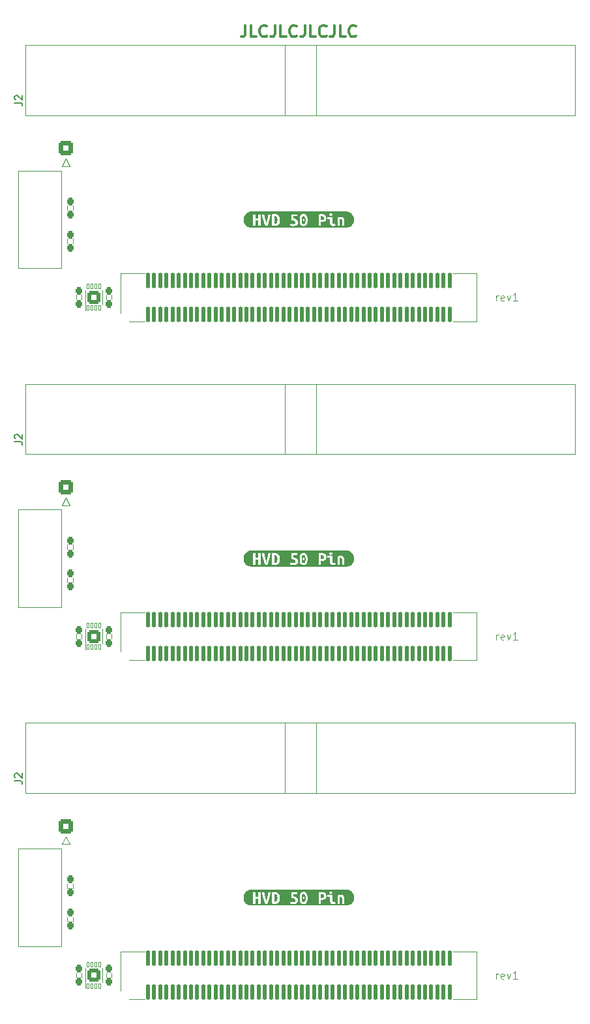
<source format=gto>
G04 #@! TF.GenerationSoftware,KiCad,Pcbnew,8.0.6*
G04 #@! TF.CreationDate,2024-11-07T02:26:55-08:00*
G04 #@! TF.ProjectId,hvd-50-idc-panel,6876642d-3530-42d6-9964-632d70616e65,1*
G04 #@! TF.SameCoordinates,Original*
G04 #@! TF.FileFunction,Legend,Top*
G04 #@! TF.FilePolarity,Positive*
%FSLAX46Y46*%
G04 Gerber Fmt 4.6, Leading zero omitted, Abs format (unit mm)*
G04 Created by KiCad (PCBNEW 8.0.6) date 2024-11-07 02:26:55*
%MOMM*%
%LPD*%
G01*
G04 APERTURE LIST*
G04 Aperture macros list*
%AMRoundRect*
0 Rectangle with rounded corners*
0 $1 Rounding radius*
0 $2 $3 $4 $5 $6 $7 $8 $9 X,Y pos of 4 corners*
0 Add a 4 corners polygon primitive as box body*
4,1,4,$2,$3,$4,$5,$6,$7,$8,$9,$2,$3,0*
0 Add four circle primitives for the rounded corners*
1,1,$1+$1,$2,$3*
1,1,$1+$1,$4,$5*
1,1,$1+$1,$6,$7*
1,1,$1+$1,$8,$9*
0 Add four rect primitives between the rounded corners*
20,1,$1+$1,$2,$3,$4,$5,0*
20,1,$1+$1,$4,$5,$6,$7,0*
20,1,$1+$1,$6,$7,$8,$9,0*
20,1,$1+$1,$8,$9,$2,$3,0*%
G04 Aperture macros list end*
%ADD10C,0.300000*%
%ADD11C,0.100000*%
%ADD12C,0.150000*%
%ADD13C,0.120000*%
%ADD14C,0.000000*%
%ADD15C,0.500000*%
%ADD16C,2.500000*%
%ADD17RoundRect,0.264706X0.635294X-0.635294X0.635294X0.635294X-0.635294X0.635294X-0.635294X-0.635294X0*%
%ADD18C,1.800000*%
%ADD19C,6.500000*%
%ADD20RoundRect,0.225000X0.225000X-0.275000X0.225000X0.275000X-0.225000X0.275000X-0.225000X-0.275000X0*%
%ADD21RoundRect,0.225000X-0.225000X0.275000X-0.225000X-0.275000X0.225000X-0.275000X0.225000X0.275000X0*%
%ADD22C,2.300000*%
%ADD23C,2.700000*%
%ADD24C,1.950000*%
%ADD25RoundRect,0.062500X0.137500X-0.287500X0.137500X0.287500X-0.137500X0.287500X-0.137500X-0.287500X0*%
%ADD26RoundRect,0.265625X0.584375X-0.584375X0.584375X0.584375X-0.584375X0.584375X-0.584375X-0.584375X0*%
%ADD27C,0.800000*%
%ADD28C,1.200000*%
%ADD29RoundRect,0.125000X0.125000X0.925000X-0.125000X0.925000X-0.125000X-0.925000X0.125000X-0.925000X0*%
G04 APERTURE END LIST*
D10*
X-44428572Y134325172D02*
X-44428572Y133253743D01*
X-44428572Y133253743D02*
X-44500001Y133039458D01*
X-44500001Y133039458D02*
X-44642858Y132896600D01*
X-44642858Y132896600D02*
X-44857144Y132825172D01*
X-44857144Y132825172D02*
X-45000001Y132825172D01*
X-43000001Y132825172D02*
X-43714287Y132825172D01*
X-43714287Y132825172D02*
X-43714287Y134325172D01*
X-41642858Y132968029D02*
X-41714286Y132896600D01*
X-41714286Y132896600D02*
X-41928572Y132825172D01*
X-41928572Y132825172D02*
X-42071429Y132825172D01*
X-42071429Y132825172D02*
X-42285715Y132896600D01*
X-42285715Y132896600D02*
X-42428572Y133039458D01*
X-42428572Y133039458D02*
X-42500001Y133182315D01*
X-42500001Y133182315D02*
X-42571429Y133468029D01*
X-42571429Y133468029D02*
X-42571429Y133682315D01*
X-42571429Y133682315D02*
X-42500001Y133968029D01*
X-42500001Y133968029D02*
X-42428572Y134110886D01*
X-42428572Y134110886D02*
X-42285715Y134253743D01*
X-42285715Y134253743D02*
X-42071429Y134325172D01*
X-42071429Y134325172D02*
X-41928572Y134325172D01*
X-41928572Y134325172D02*
X-41714286Y134253743D01*
X-41714286Y134253743D02*
X-41642858Y134182315D01*
X-40571429Y134325172D02*
X-40571429Y133253743D01*
X-40571429Y133253743D02*
X-40642858Y133039458D01*
X-40642858Y133039458D02*
X-40785715Y132896600D01*
X-40785715Y132896600D02*
X-41000001Y132825172D01*
X-41000001Y132825172D02*
X-41142858Y132825172D01*
X-39142858Y132825172D02*
X-39857144Y132825172D01*
X-39857144Y132825172D02*
X-39857144Y134325172D01*
X-37785715Y132968029D02*
X-37857143Y132896600D01*
X-37857143Y132896600D02*
X-38071429Y132825172D01*
X-38071429Y132825172D02*
X-38214286Y132825172D01*
X-38214286Y132825172D02*
X-38428572Y132896600D01*
X-38428572Y132896600D02*
X-38571429Y133039458D01*
X-38571429Y133039458D02*
X-38642858Y133182315D01*
X-38642858Y133182315D02*
X-38714286Y133468029D01*
X-38714286Y133468029D02*
X-38714286Y133682315D01*
X-38714286Y133682315D02*
X-38642858Y133968029D01*
X-38642858Y133968029D02*
X-38571429Y134110886D01*
X-38571429Y134110886D02*
X-38428572Y134253743D01*
X-38428572Y134253743D02*
X-38214286Y134325172D01*
X-38214286Y134325172D02*
X-38071429Y134325172D01*
X-38071429Y134325172D02*
X-37857143Y134253743D01*
X-37857143Y134253743D02*
X-37785715Y134182315D01*
X-36714286Y134325172D02*
X-36714286Y133253743D01*
X-36714286Y133253743D02*
X-36785715Y133039458D01*
X-36785715Y133039458D02*
X-36928572Y132896600D01*
X-36928572Y132896600D02*
X-37142858Y132825172D01*
X-37142858Y132825172D02*
X-37285715Y132825172D01*
X-35285715Y132825172D02*
X-36000001Y132825172D01*
X-36000001Y132825172D02*
X-36000001Y134325172D01*
X-33928572Y132968029D02*
X-34000000Y132896600D01*
X-34000000Y132896600D02*
X-34214286Y132825172D01*
X-34214286Y132825172D02*
X-34357143Y132825172D01*
X-34357143Y132825172D02*
X-34571429Y132896600D01*
X-34571429Y132896600D02*
X-34714286Y133039458D01*
X-34714286Y133039458D02*
X-34785715Y133182315D01*
X-34785715Y133182315D02*
X-34857143Y133468029D01*
X-34857143Y133468029D02*
X-34857143Y133682315D01*
X-34857143Y133682315D02*
X-34785715Y133968029D01*
X-34785715Y133968029D02*
X-34714286Y134110886D01*
X-34714286Y134110886D02*
X-34571429Y134253743D01*
X-34571429Y134253743D02*
X-34357143Y134325172D01*
X-34357143Y134325172D02*
X-34214286Y134325172D01*
X-34214286Y134325172D02*
X-34000000Y134253743D01*
X-34000000Y134253743D02*
X-33928572Y134182315D01*
X-32857143Y134325172D02*
X-32857143Y133253743D01*
X-32857143Y133253743D02*
X-32928572Y133039458D01*
X-32928572Y133039458D02*
X-33071429Y132896600D01*
X-33071429Y132896600D02*
X-33285715Y132825172D01*
X-33285715Y132825172D02*
X-33428572Y132825172D01*
X-31428572Y132825172D02*
X-32142858Y132825172D01*
X-32142858Y132825172D02*
X-32142858Y134325172D01*
X-30071429Y132968029D02*
X-30142857Y132896600D01*
X-30142857Y132896600D02*
X-30357143Y132825172D01*
X-30357143Y132825172D02*
X-30500000Y132825172D01*
X-30500000Y132825172D02*
X-30714286Y132896600D01*
X-30714286Y132896600D02*
X-30857143Y133039458D01*
X-30857143Y133039458D02*
X-30928572Y133182315D01*
X-30928572Y133182315D02*
X-31000000Y133468029D01*
X-31000000Y133468029D02*
X-31000000Y133682315D01*
X-31000000Y133682315D02*
X-30928572Y133968029D01*
X-30928572Y133968029D02*
X-30857143Y134110886D01*
X-30857143Y134110886D02*
X-30714286Y134253743D01*
X-30714286Y134253743D02*
X-30500000Y134325172D01*
X-30500000Y134325172D02*
X-30357143Y134325172D01*
X-30357143Y134325172D02*
X-30142857Y134253743D01*
X-30142857Y134253743D02*
X-30071429Y134182315D01*
D11*
X-11857143Y98544581D02*
X-11857143Y99211248D01*
X-11857143Y99020772D02*
X-11809524Y99116010D01*
X-11809524Y99116010D02*
X-11761905Y99163629D01*
X-11761905Y99163629D02*
X-11666667Y99211248D01*
X-11666667Y99211248D02*
X-11571429Y99211248D01*
X-10857143Y98592200D02*
X-10952381Y98544581D01*
X-10952381Y98544581D02*
X-11142857Y98544581D01*
X-11142857Y98544581D02*
X-11238095Y98592200D01*
X-11238095Y98592200D02*
X-11285714Y98687439D01*
X-11285714Y98687439D02*
X-11285714Y99068391D01*
X-11285714Y99068391D02*
X-11238095Y99163629D01*
X-11238095Y99163629D02*
X-11142857Y99211248D01*
X-11142857Y99211248D02*
X-10952381Y99211248D01*
X-10952381Y99211248D02*
X-10857143Y99163629D01*
X-10857143Y99163629D02*
X-10809524Y99068391D01*
X-10809524Y99068391D02*
X-10809524Y98973153D01*
X-10809524Y98973153D02*
X-11285714Y98877915D01*
X-10476190Y99211248D02*
X-10238095Y98544581D01*
X-10238095Y98544581D02*
X-10000000Y99211248D01*
X-9095238Y98544581D02*
X-9666666Y98544581D01*
X-9380952Y98544581D02*
X-9380952Y99544581D01*
X-9380952Y99544581D02*
X-9476190Y99401724D01*
X-9476190Y99401724D02*
X-9571428Y99306486D01*
X-9571428Y99306486D02*
X-9666666Y99258867D01*
X-11857143Y54544581D02*
X-11857143Y55211248D01*
X-11857143Y55020772D02*
X-11809524Y55116010D01*
X-11809524Y55116010D02*
X-11761905Y55163629D01*
X-11761905Y55163629D02*
X-11666667Y55211248D01*
X-11666667Y55211248D02*
X-11571429Y55211248D01*
X-10857143Y54592200D02*
X-10952381Y54544581D01*
X-10952381Y54544581D02*
X-11142857Y54544581D01*
X-11142857Y54544581D02*
X-11238095Y54592200D01*
X-11238095Y54592200D02*
X-11285714Y54687439D01*
X-11285714Y54687439D02*
X-11285714Y55068391D01*
X-11285714Y55068391D02*
X-11238095Y55163629D01*
X-11238095Y55163629D02*
X-11142857Y55211248D01*
X-11142857Y55211248D02*
X-10952381Y55211248D01*
X-10952381Y55211248D02*
X-10857143Y55163629D01*
X-10857143Y55163629D02*
X-10809524Y55068391D01*
X-10809524Y55068391D02*
X-10809524Y54973153D01*
X-10809524Y54973153D02*
X-11285714Y54877915D01*
X-10476190Y55211248D02*
X-10238095Y54544581D01*
X-10238095Y54544581D02*
X-10000000Y55211248D01*
X-9095238Y54544581D02*
X-9666666Y54544581D01*
X-9380952Y54544581D02*
X-9380952Y55544581D01*
X-9380952Y55544581D02*
X-9476190Y55401724D01*
X-9476190Y55401724D02*
X-9571428Y55306486D01*
X-9571428Y55306486D02*
X-9666666Y55258867D01*
X-11857143Y10544581D02*
X-11857143Y11211248D01*
X-11857143Y11020772D02*
X-11809524Y11116010D01*
X-11809524Y11116010D02*
X-11761905Y11163629D01*
X-11761905Y11163629D02*
X-11666667Y11211248D01*
X-11666667Y11211248D02*
X-11571429Y11211248D01*
X-10857143Y10592200D02*
X-10952381Y10544581D01*
X-10952381Y10544581D02*
X-11142857Y10544581D01*
X-11142857Y10544581D02*
X-11238095Y10592200D01*
X-11238095Y10592200D02*
X-11285714Y10687439D01*
X-11285714Y10687439D02*
X-11285714Y11068391D01*
X-11285714Y11068391D02*
X-11238095Y11163629D01*
X-11238095Y11163629D02*
X-11142857Y11211248D01*
X-11142857Y11211248D02*
X-10952381Y11211248D01*
X-10952381Y11211248D02*
X-10857143Y11163629D01*
X-10857143Y11163629D02*
X-10809524Y11068391D01*
X-10809524Y11068391D02*
X-10809524Y10973153D01*
X-10809524Y10973153D02*
X-11285714Y10877915D01*
X-10476190Y11211248D02*
X-10238095Y10544581D01*
X-10238095Y10544581D02*
X-10000000Y11211248D01*
X-9095238Y10544581D02*
X-9666666Y10544581D01*
X-9380952Y10544581D02*
X-9380952Y11544581D01*
X-9380952Y11544581D02*
X-9476190Y11401724D01*
X-9476190Y11401724D02*
X-9571428Y11306486D01*
X-9571428Y11306486D02*
X-9666666Y11258867D01*
D12*
X-74405181Y36243667D02*
X-73690896Y36243667D01*
X-73690896Y36243667D02*
X-73548039Y36196048D01*
X-73548039Y36196048D02*
X-73452800Y36100810D01*
X-73452800Y36100810D02*
X-73405181Y35957953D01*
X-73405181Y35957953D02*
X-73405181Y35862715D01*
X-74309943Y36672239D02*
X-74357562Y36719858D01*
X-74357562Y36719858D02*
X-74405181Y36815096D01*
X-74405181Y36815096D02*
X-74405181Y37053191D01*
X-74405181Y37053191D02*
X-74357562Y37148429D01*
X-74357562Y37148429D02*
X-74309943Y37196048D01*
X-74309943Y37196048D02*
X-74214705Y37243667D01*
X-74214705Y37243667D02*
X-74119467Y37243667D01*
X-74119467Y37243667D02*
X-73976610Y37196048D01*
X-73976610Y37196048D02*
X-73405181Y36624620D01*
X-73405181Y36624620D02*
X-73405181Y37243667D01*
X-74405181Y124243667D02*
X-73690896Y124243667D01*
X-73690896Y124243667D02*
X-73548039Y124196048D01*
X-73548039Y124196048D02*
X-73452800Y124100810D01*
X-73452800Y124100810D02*
X-73405181Y123957953D01*
X-73405181Y123957953D02*
X-73405181Y123862715D01*
X-74309943Y124672239D02*
X-74357562Y124719858D01*
X-74357562Y124719858D02*
X-74405181Y124815096D01*
X-74405181Y124815096D02*
X-74405181Y125053191D01*
X-74405181Y125053191D02*
X-74357562Y125148429D01*
X-74357562Y125148429D02*
X-74309943Y125196048D01*
X-74309943Y125196048D02*
X-74214705Y125243667D01*
X-74214705Y125243667D02*
X-74119467Y125243667D01*
X-74119467Y125243667D02*
X-73976610Y125196048D01*
X-73976610Y125196048D02*
X-73405181Y124624620D01*
X-73405181Y124624620D02*
X-73405181Y125243667D01*
X-74405181Y80243667D02*
X-73690896Y80243667D01*
X-73690896Y80243667D02*
X-73548039Y80196048D01*
X-73548039Y80196048D02*
X-73452800Y80100810D01*
X-73452800Y80100810D02*
X-73405181Y79957953D01*
X-73405181Y79957953D02*
X-73405181Y79862715D01*
X-74309943Y80672239D02*
X-74357562Y80719858D01*
X-74357562Y80719858D02*
X-74405181Y80815096D01*
X-74405181Y80815096D02*
X-74405181Y81053191D01*
X-74405181Y81053191D02*
X-74357562Y81148429D01*
X-74357562Y81148429D02*
X-74309943Y81196048D01*
X-74309943Y81196048D02*
X-74214705Y81243667D01*
X-74214705Y81243667D02*
X-74119467Y81243667D01*
X-74119467Y81243667D02*
X-73976610Y81196048D01*
X-73976610Y81196048D02*
X-73405181Y80624620D01*
X-73405181Y80624620D02*
X-73405181Y81243667D01*
D13*
G04 #@! TO.C,J2*
X-72970000Y43752000D02*
X-1590000Y43752000D01*
X-72970000Y34632000D02*
X-72970000Y43752000D01*
X-68260000Y28012000D02*
X-67260000Y28012000D01*
X-67760000Y29012000D02*
X-68260000Y28012000D01*
X-67260000Y28012000D02*
X-67760000Y29012000D01*
X-39330000Y34632000D02*
X-39330000Y43752000D01*
X-35230000Y34632000D02*
X-35230000Y43752000D01*
X-1590000Y43752000D02*
X-1590000Y34632000D01*
X-1590000Y34632000D02*
X-72970000Y34632000D01*
D11*
G04 #@! TO.C,R1*
X-62499999Y99302000D02*
X-62499999Y98702000D01*
X-61800001Y98702000D02*
X-61800001Y99302000D01*
G04 #@! TO.C,R2*
X-67549999Y22902000D02*
X-67549999Y22302000D01*
X-66850001Y22302000D02*
X-66850001Y22902000D01*
X-67549999Y66902000D02*
X-67549999Y66302000D01*
X-66850001Y66302000D02*
X-66850001Y66902000D01*
D14*
G04 #@! TO.C,kibuzzard-672C6174*
G36*
X-34376111Y109533038D02*
G01*
X-34292811Y109492145D01*
X-34239196Y109418539D01*
X-34221325Y109306766D01*
X-34239499Y109188935D01*
X-34294023Y109111693D01*
X-34384289Y109068983D01*
X-34509693Y109054746D01*
X-34630856Y109054746D01*
X-34630856Y109539399D01*
X-34556947Y109545457D01*
X-34483037Y109546669D01*
X-34376111Y109533038D01*
G37*
G36*
X-40439418Y109504262D02*
G01*
X-40340065Y109391580D01*
X-40289176Y109229221D01*
X-40274637Y109040207D01*
X-40279180Y108933280D01*
X-40292811Y108835441D01*
X-40353393Y108674294D01*
X-40464863Y108567670D01*
X-40635703Y108528898D01*
X-40662359Y108528898D01*
X-40689015Y108531321D01*
X-40689015Y109539399D01*
X-40645396Y109545457D01*
X-40601777Y109546669D01*
X-40439418Y109504262D01*
G37*
G36*
X-36768477Y109534855D02*
G01*
X-36689418Y109433987D01*
X-36653743Y109330729D01*
X-36632337Y109200277D01*
X-36625202Y109042630D01*
X-36632337Y108883637D01*
X-36653743Y108752377D01*
X-36689418Y108648850D01*
X-36768477Y108547981D01*
X-36874798Y108515108D01*
X-36877221Y108514359D01*
X-36984451Y108547981D01*
X-37063813Y108648850D01*
X-37100162Y108752377D01*
X-37121971Y108883637D01*
X-37129241Y109042630D01*
X-37128123Y109066863D01*
X-37010501Y109066863D01*
X-36974152Y108954181D01*
X-36874798Y108906927D01*
X-36779079Y108954181D01*
X-36741519Y109066863D01*
X-36779079Y109180756D01*
X-36874798Y109229221D01*
X-36974152Y109180756D01*
X-37010501Y109066863D01*
X-37128123Y109066863D01*
X-37121971Y109200277D01*
X-37100162Y109330729D01*
X-37063813Y109433987D01*
X-36984451Y109534855D01*
X-36877221Y109568478D01*
X-36768477Y109534855D01*
G37*
G36*
X-31263343Y110143407D02*
G01*
X-31161761Y110128339D01*
X-31062146Y110103386D01*
X-30965455Y110068790D01*
X-30872622Y110024883D01*
X-30784539Y109972088D01*
X-30702055Y109910914D01*
X-30625964Y109841949D01*
X-30556999Y109765858D01*
X-30495825Y109683374D01*
X-30443030Y109595291D01*
X-30399123Y109502458D01*
X-30364526Y109405767D01*
X-30339574Y109306151D01*
X-30324506Y109204570D01*
X-30319467Y109102000D01*
X-30324506Y108999430D01*
X-30339574Y108897849D01*
X-30364526Y108798233D01*
X-30399123Y108701542D01*
X-30443030Y108608709D01*
X-30495825Y108520626D01*
X-30556999Y108438142D01*
X-30625964Y108362051D01*
X-30702055Y108293086D01*
X-30784539Y108231912D01*
X-30872622Y108179117D01*
X-30965455Y108135210D01*
X-31062146Y108100614D01*
X-31161761Y108075661D01*
X-31263343Y108060593D01*
X-31365913Y108055554D01*
X-31567851Y108055554D01*
X-33038772Y108055554D01*
X-34630856Y108055554D01*
X-36877221Y108055554D01*
X-38205170Y108055554D01*
X-40667205Y108055554D01*
X-41878837Y108055554D01*
X-42438611Y108055554D01*
X-43432149Y108055554D01*
X-43634087Y108055554D01*
X-43736657Y108060593D01*
X-43838239Y108075661D01*
X-43937854Y108100614D01*
X-44034545Y108135210D01*
X-44127378Y108179117D01*
X-44215461Y108231912D01*
X-44292429Y108288995D01*
X-43432149Y108288995D01*
X-43134087Y108288995D01*
X-43134087Y108950546D01*
X-42736672Y108950546D01*
X-42736672Y108288995D01*
X-42438611Y108288995D01*
X-42438611Y109788995D01*
X-42298061Y109788995D01*
X-42270194Y109653292D01*
X-42230210Y109483664D01*
X-42198169Y109356712D01*
X-42163436Y109224644D01*
X-42126010Y109087460D01*
X-42086430Y108947584D01*
X-42045234Y108807439D01*
X-42002423Y108667024D01*
X-41938813Y108467105D01*
X-41878837Y108288995D01*
X-41571082Y108288995D01*
X-41524771Y108418101D01*
X-41479537Y108550169D01*
X-41435380Y108685199D01*
X-41392973Y108820901D01*
X-41352989Y108954989D01*
X-41315428Y109087460D01*
X-41263934Y109280413D01*
X-41218498Y109464278D01*
X-41179422Y109635118D01*
X-41151094Y109769609D01*
X-40987076Y109769609D01*
X-40987076Y108305958D01*
X-40823506Y108278090D01*
X-40667205Y108269609D01*
X-40520901Y108280211D01*
X-40387318Y108312016D01*
X-40337587Y108335037D01*
X-38609855Y108335037D01*
X-38540792Y108308381D01*
X-38440226Y108282937D01*
X-38323910Y108264763D01*
X-38205170Y108257493D01*
X-38066438Y108266580D01*
X-37945880Y108293842D01*
X-37843498Y108337460D01*
X-37759289Y108395619D01*
X-37647819Y108549496D01*
X-37611470Y108742145D01*
X-37627894Y108882695D01*
X-37677167Y109000627D01*
X-37713356Y109042630D01*
X-37398223Y109042630D01*
X-37389893Y108856645D01*
X-37364903Y108696103D01*
X-37323253Y108561006D01*
X-37264943Y108451354D01*
X-37162628Y108343653D01*
X-37033387Y108279033D01*
X-36877221Y108257493D01*
X-36721055Y108279033D01*
X-36591815Y108343653D01*
X-36489499Y108451354D01*
X-36431189Y108561006D01*
X-36389540Y108696103D01*
X-36364550Y108856645D01*
X-36356220Y109042630D01*
X-36364550Y109227480D01*
X-36389540Y109387036D01*
X-36431189Y109521300D01*
X-36489499Y109630271D01*
X-36591815Y109737299D01*
X-36656842Y109769609D01*
X-34928918Y109769609D01*
X-34928918Y108288995D01*
X-34630856Y108288995D01*
X-34630856Y108795457D01*
X-34524233Y108795457D01*
X-34345046Y108808785D01*
X-34195207Y108848769D01*
X-34074717Y108915409D01*
X-33986537Y109011935D01*
X-33933630Y109141580D01*
X-33915994Y109304342D01*
X-33929416Y109427929D01*
X-33760905Y109427929D01*
X-33760905Y109180756D01*
X-33445880Y109180756D01*
X-33445880Y108761532D01*
X-33441034Y108649456D01*
X-33426494Y108550708D01*
X-33359855Y108394407D01*
X-33233845Y108296265D01*
X-33145699Y108270821D01*
X-33038772Y108262339D01*
X-32889742Y108278090D01*
X-32716478Y108337460D01*
X-32755250Y108577363D01*
X-32886107Y108532533D01*
X-32985460Y108521628D01*
X-33110258Y108571305D01*
X-33147819Y108722759D01*
X-33147819Y109391580D01*
X-32483845Y109391580D01*
X-32483845Y108288995D01*
X-32185784Y108288995D01*
X-32185784Y109183179D01*
X-32116721Y109190449D01*
X-32050081Y109192872D01*
X-31902262Y109122598D01*
X-31875000Y109029908D01*
X-31865913Y108892388D01*
X-31865913Y108288995D01*
X-31567851Y108288995D01*
X-31567851Y108931160D01*
X-31573304Y109042327D01*
X-31589661Y109143195D01*
X-31663570Y109307977D01*
X-31805331Y109414601D01*
X-31906502Y109442771D01*
X-32030695Y109452162D01*
X-32163671Y109447315D01*
X-32286349Y109432775D01*
X-32394487Y109412784D01*
X-32483845Y109391580D01*
X-33147819Y109391580D01*
X-33147819Y109427929D01*
X-33348950Y109427929D01*
X-33760905Y109427929D01*
X-33929416Y109427929D01*
X-33933495Y109465489D01*
X-33985999Y109593519D01*
X-34073506Y109688430D01*
X-34192784Y109753723D01*
X-34197863Y109755069D01*
X-33535541Y109755069D01*
X-33481018Y109616943D01*
X-33348950Y109566055D01*
X-33215670Y109616943D01*
X-33159935Y109755069D01*
X-33215670Y109895619D01*
X-33348950Y109946507D01*
X-33481018Y109895619D01*
X-33535541Y109755069D01*
X-34197863Y109755069D01*
X-34340603Y109792899D01*
X-34516963Y109805958D01*
X-34611470Y109803535D01*
X-34720517Y109797477D01*
X-34830775Y109786572D01*
X-34928918Y109769609D01*
X-36656842Y109769609D01*
X-36721055Y109801515D01*
X-36877221Y109822921D01*
X-37030964Y109801381D01*
X-37159397Y109736760D01*
X-37262520Y109629060D01*
X-37321890Y109519710D01*
X-37364297Y109385522D01*
X-37389742Y109226495D01*
X-37398223Y109042630D01*
X-37713356Y109042630D01*
X-37759289Y109095942D01*
X-37874798Y109168101D01*
X-38024233Y109216567D01*
X-38207593Y109241338D01*
X-38195477Y109379464D01*
X-38183360Y109541822D01*
X-37667205Y109541822D01*
X-37667205Y109788995D01*
X-38432956Y109788995D01*
X-38442044Y109603918D01*
X-38454766Y109412178D01*
X-38471729Y109214985D01*
X-38493538Y109013551D01*
X-38326939Y109008401D01*
X-38195477Y108992953D01*
X-38019790Y108934795D01*
X-37937399Y108845134D01*
X-37916801Y108730029D01*
X-37928918Y108650061D01*
X-37973748Y108580998D01*
X-38063409Y108531321D01*
X-38207593Y108511935D01*
X-38320880Y108517388D01*
X-38413570Y108533745D01*
X-38549273Y108582210D01*
X-38609855Y108335037D01*
X-40337587Y108335037D01*
X-40268881Y108366842D01*
X-40168013Y108446507D01*
X-40085925Y108552222D01*
X-40023829Y108685199D01*
X-39984754Y108847254D01*
X-39971729Y109040207D01*
X-39983542Y109228918D01*
X-40018982Y109387945D01*
X-40075626Y109519407D01*
X-40151050Y109625425D01*
X-40245254Y109706301D01*
X-40358239Y109762339D01*
X-40486975Y109795053D01*
X-40628433Y109805958D01*
X-40795638Y109798688D01*
X-40987076Y109769609D01*
X-41151094Y109769609D01*
X-41147011Y109788995D01*
X-41459612Y109788995D01*
X-41481422Y109662985D01*
X-41508078Y109517590D01*
X-41538368Y109360380D01*
X-41571082Y109198931D01*
X-41606220Y109036572D01*
X-41643780Y108876637D01*
X-41682553Y108726697D01*
X-41721325Y108594326D01*
X-41760400Y108728515D01*
X-41800081Y108879060D01*
X-41838853Y109038995D01*
X-41875202Y109201354D01*
X-41908825Y109362501D01*
X-41939418Y109518801D01*
X-41964863Y109663288D01*
X-41983037Y109788995D01*
X-42298061Y109788995D01*
X-42438611Y109788995D01*
X-42736672Y109788995D01*
X-42736672Y109197719D01*
X-43134087Y109197719D01*
X-43134087Y109788995D01*
X-43432149Y109788995D01*
X-43432149Y108288995D01*
X-44292429Y108288995D01*
X-44297945Y108293086D01*
X-44374036Y108362051D01*
X-44443001Y108438142D01*
X-44504175Y108520626D01*
X-44556970Y108608709D01*
X-44600877Y108701542D01*
X-44635474Y108798233D01*
X-44660426Y108897849D01*
X-44675494Y108999430D01*
X-44680533Y109102000D01*
X-44675494Y109204570D01*
X-44660426Y109306151D01*
X-44635474Y109405767D01*
X-44600877Y109502458D01*
X-44556970Y109595291D01*
X-44504175Y109683374D01*
X-44443001Y109765858D01*
X-44374036Y109841949D01*
X-44297945Y109910914D01*
X-44215461Y109972088D01*
X-44127378Y110024883D01*
X-44034545Y110068790D01*
X-43937854Y110103386D01*
X-43838239Y110128339D01*
X-43736657Y110143407D01*
X-43634087Y110148446D01*
X-43432149Y110148446D01*
X-31567851Y110148446D01*
X-31365913Y110148446D01*
X-31263343Y110143407D01*
G37*
D11*
G04 #@! TO.C,R3*
X-67549999Y106602000D02*
X-67549999Y106002000D01*
X-66850001Y106002000D02*
X-66850001Y106602000D01*
G04 #@! TO.C,J3*
X-73970000Y115442000D02*
X-68370000Y115442000D01*
X-68370000Y102772000D01*
X-73970000Y102772000D01*
X-73970000Y115442000D01*
D13*
G04 #@! TO.C,J2*
X-72970000Y131752000D02*
X-1590000Y131752000D01*
X-72970000Y122632000D02*
X-72970000Y131752000D01*
X-68260000Y116012000D02*
X-67260000Y116012000D01*
X-67760000Y117012000D02*
X-68260000Y116012000D01*
X-67260000Y116012000D02*
X-67760000Y117012000D01*
X-39330000Y122632000D02*
X-39330000Y131752000D01*
X-35230000Y122632000D02*
X-35230000Y131752000D01*
X-1590000Y131752000D02*
X-1590000Y122632000D01*
X-1590000Y122632000D02*
X-72970000Y122632000D01*
D11*
G04 #@! TO.C,U1*
X-65200000Y53302000D02*
X-65200000Y55952000D01*
X-63000000Y55952000D02*
X-63000000Y54052000D01*
D14*
G04 #@! TO.C,kibuzzard-672C6174*
G36*
X-34376111Y21533038D02*
G01*
X-34292811Y21492145D01*
X-34239196Y21418539D01*
X-34221325Y21306766D01*
X-34239499Y21188935D01*
X-34294023Y21111693D01*
X-34384289Y21068983D01*
X-34509693Y21054746D01*
X-34630856Y21054746D01*
X-34630856Y21539399D01*
X-34556947Y21545457D01*
X-34483037Y21546669D01*
X-34376111Y21533038D01*
G37*
G36*
X-40439418Y21504262D02*
G01*
X-40340065Y21391580D01*
X-40289176Y21229221D01*
X-40274637Y21040207D01*
X-40279180Y20933280D01*
X-40292811Y20835441D01*
X-40353393Y20674294D01*
X-40464863Y20567670D01*
X-40635703Y20528898D01*
X-40662359Y20528898D01*
X-40689015Y20531321D01*
X-40689015Y21539399D01*
X-40645396Y21545457D01*
X-40601777Y21546669D01*
X-40439418Y21504262D01*
G37*
G36*
X-36768477Y21534855D02*
G01*
X-36689418Y21433987D01*
X-36653743Y21330729D01*
X-36632337Y21200277D01*
X-36625202Y21042630D01*
X-36632337Y20883637D01*
X-36653743Y20752377D01*
X-36689418Y20648850D01*
X-36768477Y20547981D01*
X-36874798Y20515108D01*
X-36877221Y20514359D01*
X-36984451Y20547981D01*
X-37063813Y20648850D01*
X-37100162Y20752377D01*
X-37121971Y20883637D01*
X-37129241Y21042630D01*
X-37128123Y21066863D01*
X-37010501Y21066863D01*
X-36974152Y20954181D01*
X-36874798Y20906927D01*
X-36779079Y20954181D01*
X-36741519Y21066863D01*
X-36779079Y21180756D01*
X-36874798Y21229221D01*
X-36974152Y21180756D01*
X-37010501Y21066863D01*
X-37128123Y21066863D01*
X-37121971Y21200277D01*
X-37100162Y21330729D01*
X-37063813Y21433987D01*
X-36984451Y21534855D01*
X-36877221Y21568478D01*
X-36768477Y21534855D01*
G37*
G36*
X-31263343Y22143407D02*
G01*
X-31161761Y22128339D01*
X-31062146Y22103386D01*
X-30965455Y22068790D01*
X-30872622Y22024883D01*
X-30784539Y21972088D01*
X-30702055Y21910914D01*
X-30625964Y21841949D01*
X-30556999Y21765858D01*
X-30495825Y21683374D01*
X-30443030Y21595291D01*
X-30399123Y21502458D01*
X-30364526Y21405767D01*
X-30339574Y21306151D01*
X-30324506Y21204570D01*
X-30319467Y21102000D01*
X-30324506Y20999430D01*
X-30339574Y20897849D01*
X-30364526Y20798233D01*
X-30399123Y20701542D01*
X-30443030Y20608709D01*
X-30495825Y20520626D01*
X-30556999Y20438142D01*
X-30625964Y20362051D01*
X-30702055Y20293086D01*
X-30784539Y20231912D01*
X-30872622Y20179117D01*
X-30965455Y20135210D01*
X-31062146Y20100614D01*
X-31161761Y20075661D01*
X-31263343Y20060593D01*
X-31365913Y20055554D01*
X-31567851Y20055554D01*
X-33038772Y20055554D01*
X-34630856Y20055554D01*
X-36877221Y20055554D01*
X-38205170Y20055554D01*
X-40667205Y20055554D01*
X-41878837Y20055554D01*
X-42438611Y20055554D01*
X-43432149Y20055554D01*
X-43634087Y20055554D01*
X-43736657Y20060593D01*
X-43838239Y20075661D01*
X-43937854Y20100614D01*
X-44034545Y20135210D01*
X-44127378Y20179117D01*
X-44215461Y20231912D01*
X-44292429Y20288995D01*
X-43432149Y20288995D01*
X-43134087Y20288995D01*
X-43134087Y20950546D01*
X-42736672Y20950546D01*
X-42736672Y20288995D01*
X-42438611Y20288995D01*
X-42438611Y21788995D01*
X-42298061Y21788995D01*
X-42270194Y21653292D01*
X-42230210Y21483664D01*
X-42198169Y21356712D01*
X-42163436Y21224644D01*
X-42126010Y21087460D01*
X-42086430Y20947584D01*
X-42045234Y20807439D01*
X-42002423Y20667024D01*
X-41938813Y20467105D01*
X-41878837Y20288995D01*
X-41571082Y20288995D01*
X-41524771Y20418101D01*
X-41479537Y20550169D01*
X-41435380Y20685199D01*
X-41392973Y20820901D01*
X-41352989Y20954989D01*
X-41315428Y21087460D01*
X-41263934Y21280413D01*
X-41218498Y21464278D01*
X-41179422Y21635118D01*
X-41151094Y21769609D01*
X-40987076Y21769609D01*
X-40987076Y20305958D01*
X-40823506Y20278090D01*
X-40667205Y20269609D01*
X-40520901Y20280211D01*
X-40387318Y20312016D01*
X-40337587Y20335037D01*
X-38609855Y20335037D01*
X-38540792Y20308381D01*
X-38440226Y20282937D01*
X-38323910Y20264763D01*
X-38205170Y20257493D01*
X-38066438Y20266580D01*
X-37945880Y20293842D01*
X-37843498Y20337460D01*
X-37759289Y20395619D01*
X-37647819Y20549496D01*
X-37611470Y20742145D01*
X-37627894Y20882695D01*
X-37677167Y21000627D01*
X-37713356Y21042630D01*
X-37398223Y21042630D01*
X-37389893Y20856645D01*
X-37364903Y20696103D01*
X-37323253Y20561006D01*
X-37264943Y20451354D01*
X-37162628Y20343653D01*
X-37033387Y20279033D01*
X-36877221Y20257493D01*
X-36721055Y20279033D01*
X-36591815Y20343653D01*
X-36489499Y20451354D01*
X-36431189Y20561006D01*
X-36389540Y20696103D01*
X-36364550Y20856645D01*
X-36356220Y21042630D01*
X-36364550Y21227480D01*
X-36389540Y21387036D01*
X-36431189Y21521300D01*
X-36489499Y21630271D01*
X-36591815Y21737299D01*
X-36656842Y21769609D01*
X-34928918Y21769609D01*
X-34928918Y20288995D01*
X-34630856Y20288995D01*
X-34630856Y20795457D01*
X-34524233Y20795457D01*
X-34345046Y20808785D01*
X-34195207Y20848769D01*
X-34074717Y20915409D01*
X-33986537Y21011935D01*
X-33933630Y21141580D01*
X-33915994Y21304342D01*
X-33929416Y21427929D01*
X-33760905Y21427929D01*
X-33760905Y21180756D01*
X-33445880Y21180756D01*
X-33445880Y20761532D01*
X-33441034Y20649456D01*
X-33426494Y20550708D01*
X-33359855Y20394407D01*
X-33233845Y20296265D01*
X-33145699Y20270821D01*
X-33038772Y20262339D01*
X-32889742Y20278090D01*
X-32716478Y20337460D01*
X-32755250Y20577363D01*
X-32886107Y20532533D01*
X-32985460Y20521628D01*
X-33110258Y20571305D01*
X-33147819Y20722759D01*
X-33147819Y21391580D01*
X-32483845Y21391580D01*
X-32483845Y20288995D01*
X-32185784Y20288995D01*
X-32185784Y21183179D01*
X-32116721Y21190449D01*
X-32050081Y21192872D01*
X-31902262Y21122598D01*
X-31875000Y21029908D01*
X-31865913Y20892388D01*
X-31865913Y20288995D01*
X-31567851Y20288995D01*
X-31567851Y20931160D01*
X-31573304Y21042327D01*
X-31589661Y21143195D01*
X-31663570Y21307977D01*
X-31805331Y21414601D01*
X-31906502Y21442771D01*
X-32030695Y21452162D01*
X-32163671Y21447315D01*
X-32286349Y21432775D01*
X-32394487Y21412784D01*
X-32483845Y21391580D01*
X-33147819Y21391580D01*
X-33147819Y21427929D01*
X-33348950Y21427929D01*
X-33760905Y21427929D01*
X-33929416Y21427929D01*
X-33933495Y21465489D01*
X-33985999Y21593519D01*
X-34073506Y21688430D01*
X-34192784Y21753723D01*
X-34197863Y21755069D01*
X-33535541Y21755069D01*
X-33481018Y21616943D01*
X-33348950Y21566055D01*
X-33215670Y21616943D01*
X-33159935Y21755069D01*
X-33215670Y21895619D01*
X-33348950Y21946507D01*
X-33481018Y21895619D01*
X-33535541Y21755069D01*
X-34197863Y21755069D01*
X-34340603Y21792899D01*
X-34516963Y21805958D01*
X-34611470Y21803535D01*
X-34720517Y21797477D01*
X-34830775Y21786572D01*
X-34928918Y21769609D01*
X-36656842Y21769609D01*
X-36721055Y21801515D01*
X-36877221Y21822921D01*
X-37030964Y21801381D01*
X-37159397Y21736760D01*
X-37262520Y21629060D01*
X-37321890Y21519710D01*
X-37364297Y21385522D01*
X-37389742Y21226495D01*
X-37398223Y21042630D01*
X-37713356Y21042630D01*
X-37759289Y21095942D01*
X-37874798Y21168101D01*
X-38024233Y21216567D01*
X-38207593Y21241338D01*
X-38195477Y21379464D01*
X-38183360Y21541822D01*
X-37667205Y21541822D01*
X-37667205Y21788995D01*
X-38432956Y21788995D01*
X-38442044Y21603918D01*
X-38454766Y21412178D01*
X-38471729Y21214985D01*
X-38493538Y21013551D01*
X-38326939Y21008401D01*
X-38195477Y20992953D01*
X-38019790Y20934795D01*
X-37937399Y20845134D01*
X-37916801Y20730029D01*
X-37928918Y20650061D01*
X-37973748Y20580998D01*
X-38063409Y20531321D01*
X-38207593Y20511935D01*
X-38320880Y20517388D01*
X-38413570Y20533745D01*
X-38549273Y20582210D01*
X-38609855Y20335037D01*
X-40337587Y20335037D01*
X-40268881Y20366842D01*
X-40168013Y20446507D01*
X-40085925Y20552222D01*
X-40023829Y20685199D01*
X-39984754Y20847254D01*
X-39971729Y21040207D01*
X-39983542Y21228918D01*
X-40018982Y21387945D01*
X-40075626Y21519407D01*
X-40151050Y21625425D01*
X-40245254Y21706301D01*
X-40358239Y21762339D01*
X-40486975Y21795053D01*
X-40628433Y21805958D01*
X-40795638Y21798688D01*
X-40987076Y21769609D01*
X-41151094Y21769609D01*
X-41147011Y21788995D01*
X-41459612Y21788995D01*
X-41481422Y21662985D01*
X-41508078Y21517590D01*
X-41538368Y21360380D01*
X-41571082Y21198931D01*
X-41606220Y21036572D01*
X-41643780Y20876637D01*
X-41682553Y20726697D01*
X-41721325Y20594326D01*
X-41760400Y20728515D01*
X-41800081Y20879060D01*
X-41838853Y21038995D01*
X-41875202Y21201354D01*
X-41908825Y21362501D01*
X-41939418Y21518801D01*
X-41964863Y21663288D01*
X-41983037Y21788995D01*
X-42298061Y21788995D01*
X-42438611Y21788995D01*
X-42736672Y21788995D01*
X-42736672Y21197719D01*
X-43134087Y21197719D01*
X-43134087Y21788995D01*
X-43432149Y21788995D01*
X-43432149Y20288995D01*
X-44292429Y20288995D01*
X-44297945Y20293086D01*
X-44374036Y20362051D01*
X-44443001Y20438142D01*
X-44504175Y20520626D01*
X-44556970Y20608709D01*
X-44600877Y20701542D01*
X-44635474Y20798233D01*
X-44660426Y20897849D01*
X-44675494Y20999430D01*
X-44680533Y21102000D01*
X-44675494Y21204570D01*
X-44660426Y21306151D01*
X-44635474Y21405767D01*
X-44600877Y21502458D01*
X-44556970Y21595291D01*
X-44504175Y21683374D01*
X-44443001Y21765858D01*
X-44374036Y21841949D01*
X-44297945Y21910914D01*
X-44215461Y21972088D01*
X-44127378Y22024883D01*
X-44034545Y22068790D01*
X-43937854Y22103386D01*
X-43838239Y22128339D01*
X-43736657Y22143407D01*
X-43634087Y22148446D01*
X-43432149Y22148446D01*
X-31567851Y22148446D01*
X-31365913Y22148446D01*
X-31263343Y22143407D01*
G37*
G36*
X-34376111Y65533038D02*
G01*
X-34292811Y65492145D01*
X-34239196Y65418539D01*
X-34221325Y65306766D01*
X-34239499Y65188935D01*
X-34294023Y65111693D01*
X-34384289Y65068983D01*
X-34509693Y65054746D01*
X-34630856Y65054746D01*
X-34630856Y65539399D01*
X-34556947Y65545457D01*
X-34483037Y65546669D01*
X-34376111Y65533038D01*
G37*
G36*
X-40439418Y65504262D02*
G01*
X-40340065Y65391580D01*
X-40289176Y65229221D01*
X-40274637Y65040207D01*
X-40279180Y64933280D01*
X-40292811Y64835441D01*
X-40353393Y64674294D01*
X-40464863Y64567670D01*
X-40635703Y64528898D01*
X-40662359Y64528898D01*
X-40689015Y64531321D01*
X-40689015Y65539399D01*
X-40645396Y65545457D01*
X-40601777Y65546669D01*
X-40439418Y65504262D01*
G37*
G36*
X-36768477Y65534855D02*
G01*
X-36689418Y65433987D01*
X-36653743Y65330729D01*
X-36632337Y65200277D01*
X-36625202Y65042630D01*
X-36632337Y64883637D01*
X-36653743Y64752377D01*
X-36689418Y64648850D01*
X-36768477Y64547981D01*
X-36874798Y64515108D01*
X-36877221Y64514359D01*
X-36984451Y64547981D01*
X-37063813Y64648850D01*
X-37100162Y64752377D01*
X-37121971Y64883637D01*
X-37129241Y65042630D01*
X-37128123Y65066863D01*
X-37010501Y65066863D01*
X-36974152Y64954181D01*
X-36874798Y64906927D01*
X-36779079Y64954181D01*
X-36741519Y65066863D01*
X-36779079Y65180756D01*
X-36874798Y65229221D01*
X-36974152Y65180756D01*
X-37010501Y65066863D01*
X-37128123Y65066863D01*
X-37121971Y65200277D01*
X-37100162Y65330729D01*
X-37063813Y65433987D01*
X-36984451Y65534855D01*
X-36877221Y65568478D01*
X-36768477Y65534855D01*
G37*
G36*
X-31263343Y66143407D02*
G01*
X-31161761Y66128339D01*
X-31062146Y66103386D01*
X-30965455Y66068790D01*
X-30872622Y66024883D01*
X-30784539Y65972088D01*
X-30702055Y65910914D01*
X-30625964Y65841949D01*
X-30556999Y65765858D01*
X-30495825Y65683374D01*
X-30443030Y65595291D01*
X-30399123Y65502458D01*
X-30364526Y65405767D01*
X-30339574Y65306151D01*
X-30324506Y65204570D01*
X-30319467Y65102000D01*
X-30324506Y64999430D01*
X-30339574Y64897849D01*
X-30364526Y64798233D01*
X-30399123Y64701542D01*
X-30443030Y64608709D01*
X-30495825Y64520626D01*
X-30556999Y64438142D01*
X-30625964Y64362051D01*
X-30702055Y64293086D01*
X-30784539Y64231912D01*
X-30872622Y64179117D01*
X-30965455Y64135210D01*
X-31062146Y64100614D01*
X-31161761Y64075661D01*
X-31263343Y64060593D01*
X-31365913Y64055554D01*
X-31567851Y64055554D01*
X-33038772Y64055554D01*
X-34630856Y64055554D01*
X-36877221Y64055554D01*
X-38205170Y64055554D01*
X-40667205Y64055554D01*
X-41878837Y64055554D01*
X-42438611Y64055554D01*
X-43432149Y64055554D01*
X-43634087Y64055554D01*
X-43736657Y64060593D01*
X-43838239Y64075661D01*
X-43937854Y64100614D01*
X-44034545Y64135210D01*
X-44127378Y64179117D01*
X-44215461Y64231912D01*
X-44292429Y64288995D01*
X-43432149Y64288995D01*
X-43134087Y64288995D01*
X-43134087Y64950546D01*
X-42736672Y64950546D01*
X-42736672Y64288995D01*
X-42438611Y64288995D01*
X-42438611Y65788995D01*
X-42298061Y65788995D01*
X-42270194Y65653292D01*
X-42230210Y65483664D01*
X-42198169Y65356712D01*
X-42163436Y65224644D01*
X-42126010Y65087460D01*
X-42086430Y64947584D01*
X-42045234Y64807439D01*
X-42002423Y64667024D01*
X-41938813Y64467105D01*
X-41878837Y64288995D01*
X-41571082Y64288995D01*
X-41524771Y64418101D01*
X-41479537Y64550169D01*
X-41435380Y64685199D01*
X-41392973Y64820901D01*
X-41352989Y64954989D01*
X-41315428Y65087460D01*
X-41263934Y65280413D01*
X-41218498Y65464278D01*
X-41179422Y65635118D01*
X-41151094Y65769609D01*
X-40987076Y65769609D01*
X-40987076Y64305958D01*
X-40823506Y64278090D01*
X-40667205Y64269609D01*
X-40520901Y64280211D01*
X-40387318Y64312016D01*
X-40337587Y64335037D01*
X-38609855Y64335037D01*
X-38540792Y64308381D01*
X-38440226Y64282937D01*
X-38323910Y64264763D01*
X-38205170Y64257493D01*
X-38066438Y64266580D01*
X-37945880Y64293842D01*
X-37843498Y64337460D01*
X-37759289Y64395619D01*
X-37647819Y64549496D01*
X-37611470Y64742145D01*
X-37627894Y64882695D01*
X-37677167Y65000627D01*
X-37713356Y65042630D01*
X-37398223Y65042630D01*
X-37389893Y64856645D01*
X-37364903Y64696103D01*
X-37323253Y64561006D01*
X-37264943Y64451354D01*
X-37162628Y64343653D01*
X-37033387Y64279033D01*
X-36877221Y64257493D01*
X-36721055Y64279033D01*
X-36591815Y64343653D01*
X-36489499Y64451354D01*
X-36431189Y64561006D01*
X-36389540Y64696103D01*
X-36364550Y64856645D01*
X-36356220Y65042630D01*
X-36364550Y65227480D01*
X-36389540Y65387036D01*
X-36431189Y65521300D01*
X-36489499Y65630271D01*
X-36591815Y65737299D01*
X-36656842Y65769609D01*
X-34928918Y65769609D01*
X-34928918Y64288995D01*
X-34630856Y64288995D01*
X-34630856Y64795457D01*
X-34524233Y64795457D01*
X-34345046Y64808785D01*
X-34195207Y64848769D01*
X-34074717Y64915409D01*
X-33986537Y65011935D01*
X-33933630Y65141580D01*
X-33915994Y65304342D01*
X-33929416Y65427929D01*
X-33760905Y65427929D01*
X-33760905Y65180756D01*
X-33445880Y65180756D01*
X-33445880Y64761532D01*
X-33441034Y64649456D01*
X-33426494Y64550708D01*
X-33359855Y64394407D01*
X-33233845Y64296265D01*
X-33145699Y64270821D01*
X-33038772Y64262339D01*
X-32889742Y64278090D01*
X-32716478Y64337460D01*
X-32755250Y64577363D01*
X-32886107Y64532533D01*
X-32985460Y64521628D01*
X-33110258Y64571305D01*
X-33147819Y64722759D01*
X-33147819Y65391580D01*
X-32483845Y65391580D01*
X-32483845Y64288995D01*
X-32185784Y64288995D01*
X-32185784Y65183179D01*
X-32116721Y65190449D01*
X-32050081Y65192872D01*
X-31902262Y65122598D01*
X-31875000Y65029908D01*
X-31865913Y64892388D01*
X-31865913Y64288995D01*
X-31567851Y64288995D01*
X-31567851Y64931160D01*
X-31573304Y65042327D01*
X-31589661Y65143195D01*
X-31663570Y65307977D01*
X-31805331Y65414601D01*
X-31906502Y65442771D01*
X-32030695Y65452162D01*
X-32163671Y65447315D01*
X-32286349Y65432775D01*
X-32394487Y65412784D01*
X-32483845Y65391580D01*
X-33147819Y65391580D01*
X-33147819Y65427929D01*
X-33348950Y65427929D01*
X-33760905Y65427929D01*
X-33929416Y65427929D01*
X-33933495Y65465489D01*
X-33985999Y65593519D01*
X-34073506Y65688430D01*
X-34192784Y65753723D01*
X-34197863Y65755069D01*
X-33535541Y65755069D01*
X-33481018Y65616943D01*
X-33348950Y65566055D01*
X-33215670Y65616943D01*
X-33159935Y65755069D01*
X-33215670Y65895619D01*
X-33348950Y65946507D01*
X-33481018Y65895619D01*
X-33535541Y65755069D01*
X-34197863Y65755069D01*
X-34340603Y65792899D01*
X-34516963Y65805958D01*
X-34611470Y65803535D01*
X-34720517Y65797477D01*
X-34830775Y65786572D01*
X-34928918Y65769609D01*
X-36656842Y65769609D01*
X-36721055Y65801515D01*
X-36877221Y65822921D01*
X-37030964Y65801381D01*
X-37159397Y65736760D01*
X-37262520Y65629060D01*
X-37321890Y65519710D01*
X-37364297Y65385522D01*
X-37389742Y65226495D01*
X-37398223Y65042630D01*
X-37713356Y65042630D01*
X-37759289Y65095942D01*
X-37874798Y65168101D01*
X-38024233Y65216567D01*
X-38207593Y65241338D01*
X-38195477Y65379464D01*
X-38183360Y65541822D01*
X-37667205Y65541822D01*
X-37667205Y65788995D01*
X-38432956Y65788995D01*
X-38442044Y65603918D01*
X-38454766Y65412178D01*
X-38471729Y65214985D01*
X-38493538Y65013551D01*
X-38326939Y65008401D01*
X-38195477Y64992953D01*
X-38019790Y64934795D01*
X-37937399Y64845134D01*
X-37916801Y64730029D01*
X-37928918Y64650061D01*
X-37973748Y64580998D01*
X-38063409Y64531321D01*
X-38207593Y64511935D01*
X-38320880Y64517388D01*
X-38413570Y64533745D01*
X-38549273Y64582210D01*
X-38609855Y64335037D01*
X-40337587Y64335037D01*
X-40268881Y64366842D01*
X-40168013Y64446507D01*
X-40085925Y64552222D01*
X-40023829Y64685199D01*
X-39984754Y64847254D01*
X-39971729Y65040207D01*
X-39983542Y65228918D01*
X-40018982Y65387945D01*
X-40075626Y65519407D01*
X-40151050Y65625425D01*
X-40245254Y65706301D01*
X-40358239Y65762339D01*
X-40486975Y65795053D01*
X-40628433Y65805958D01*
X-40795638Y65798688D01*
X-40987076Y65769609D01*
X-41151094Y65769609D01*
X-41147011Y65788995D01*
X-41459612Y65788995D01*
X-41481422Y65662985D01*
X-41508078Y65517590D01*
X-41538368Y65360380D01*
X-41571082Y65198931D01*
X-41606220Y65036572D01*
X-41643780Y64876637D01*
X-41682553Y64726697D01*
X-41721325Y64594326D01*
X-41760400Y64728515D01*
X-41800081Y64879060D01*
X-41838853Y65038995D01*
X-41875202Y65201354D01*
X-41908825Y65362501D01*
X-41939418Y65518801D01*
X-41964863Y65663288D01*
X-41983037Y65788995D01*
X-42298061Y65788995D01*
X-42438611Y65788995D01*
X-42736672Y65788995D01*
X-42736672Y65197719D01*
X-43134087Y65197719D01*
X-43134087Y65788995D01*
X-43432149Y65788995D01*
X-43432149Y64288995D01*
X-44292429Y64288995D01*
X-44297945Y64293086D01*
X-44374036Y64362051D01*
X-44443001Y64438142D01*
X-44504175Y64520626D01*
X-44556970Y64608709D01*
X-44600877Y64701542D01*
X-44635474Y64798233D01*
X-44660426Y64897849D01*
X-44675494Y64999430D01*
X-44680533Y65102000D01*
X-44675494Y65204570D01*
X-44660426Y65306151D01*
X-44635474Y65405767D01*
X-44600877Y65502458D01*
X-44556970Y65595291D01*
X-44504175Y65683374D01*
X-44443001Y65765858D01*
X-44374036Y65841949D01*
X-44297945Y65910914D01*
X-44215461Y65972088D01*
X-44127378Y66024883D01*
X-44034545Y66068790D01*
X-43937854Y66103386D01*
X-43838239Y66128339D01*
X-43736657Y66143407D01*
X-43634087Y66148446D01*
X-43432149Y66148446D01*
X-31567851Y66148446D01*
X-31365913Y66148446D01*
X-31263343Y66143407D01*
G37*
D11*
G04 #@! TO.C,R3*
X-67549999Y62602000D02*
X-67549999Y62002000D01*
X-66850001Y62002000D02*
X-66850001Y62602000D01*
G04 #@! TO.C,R1*
X-62499999Y11302000D02*
X-62499999Y10702000D01*
X-61800001Y10702000D02*
X-61800001Y11302000D01*
D13*
G04 #@! TO.C,J1*
X-60600000Y14102000D02*
X-60600000Y9002000D01*
X-60600000Y14102000D02*
X-57500000Y14102000D01*
X-59500000Y7902000D02*
X-57500000Y7902000D01*
X-17500000Y14102000D02*
X-14400000Y14102000D01*
X-17500000Y7902000D02*
X-14400000Y7902000D01*
X-14400000Y14102000D02*
X-14400000Y7902000D01*
D11*
G04 #@! TO.C,R3*
X-67549999Y18602000D02*
X-67549999Y18002000D01*
X-66850001Y18002000D02*
X-66850001Y18602000D01*
D13*
G04 #@! TO.C,J1*
X-60600000Y102102000D02*
X-60600000Y97002000D01*
X-60600000Y102102000D02*
X-57500000Y102102000D01*
X-59500000Y95902000D02*
X-57500000Y95902000D01*
X-17500000Y102102000D02*
X-14400000Y102102000D01*
X-17500000Y95902000D02*
X-14400000Y95902000D01*
X-14400000Y102102000D02*
X-14400000Y95902000D01*
G04 #@! TO.C,J3*
D11*
X-73970000Y27442000D02*
X-68370000Y27442000D01*
X-68370000Y14772000D01*
X-73970000Y14772000D01*
X-73970000Y27442000D01*
G04 #@! TO.C,C1*
X-66399999Y98702000D02*
X-66399999Y99302000D01*
X-65700001Y99302000D02*
X-65700001Y98702000D01*
X-66399999Y10702000D02*
X-66399999Y11302000D01*
X-65700001Y11302000D02*
X-65700001Y10702000D01*
G04 #@! TO.C,U1*
X-65200000Y97302000D02*
X-65200000Y99952000D01*
X-63000000Y99952000D02*
X-63000000Y98052000D01*
G04 #@! TO.C,J3*
X-73970000Y71442000D02*
X-68370000Y71442000D01*
X-68370000Y58772000D01*
X-73970000Y58772000D01*
X-73970000Y71442000D01*
D13*
G04 #@! TO.C,J1*
X-60600000Y58102000D02*
X-60600000Y53002000D01*
X-60600000Y58102000D02*
X-57500000Y58102000D01*
X-59500000Y51902000D02*
X-57500000Y51902000D01*
X-17500000Y58102000D02*
X-14400000Y58102000D01*
X-17500000Y51902000D02*
X-14400000Y51902000D01*
X-14400000Y58102000D02*
X-14400000Y51902000D01*
G04 #@! TO.C,J2*
X-72970000Y87752000D02*
X-1590000Y87752000D01*
X-72970000Y78632000D02*
X-72970000Y87752000D01*
X-68260000Y72012000D02*
X-67260000Y72012000D01*
X-67760000Y73012000D02*
X-68260000Y72012000D01*
X-67260000Y72012000D02*
X-67760000Y73012000D01*
X-39330000Y78632000D02*
X-39330000Y87752000D01*
X-35230000Y78632000D02*
X-35230000Y87752000D01*
X-1590000Y87752000D02*
X-1590000Y78632000D01*
X-1590000Y78632000D02*
X-72970000Y78632000D01*
D11*
G04 #@! TO.C,U1*
X-65200000Y9302000D02*
X-65200000Y11952000D01*
X-63000000Y11952000D02*
X-63000000Y10052000D01*
G04 #@! TO.C,R1*
X-62499999Y55302000D02*
X-62499999Y54702000D01*
X-61800001Y54702000D02*
X-61800001Y55302000D01*
G04 #@! TO.C,R2*
X-67549999Y110902000D02*
X-67549999Y110302000D01*
X-66850001Y110302000D02*
X-66850001Y110902000D01*
G04 #@! TO.C,C1*
X-66399999Y54702000D02*
X-66399999Y55302000D01*
X-65700001Y55302000D02*
X-65700001Y54702000D01*
G04 #@! TD*
%LPC*%
D15*
G04 #@! TO.C,KiKit_MB_8_1*
X-61899000Y51002000D03*
G04 #@! TD*
G04 #@! TO.C,KiKit_MB_1_2*
X-9739401Y95002000D03*
G04 #@! TD*
G04 #@! TO.C,KiKit_MB_4_6*
X-66100999Y95002000D03*
G04 #@! TD*
G04 #@! TO.C,KiKit_MB_5_5*
X-12260600Y51002000D03*
G04 #@! TD*
G04 #@! TO.C,KiKit_MB_1_3*
X-10579801Y95002000D03*
G04 #@! TD*
D16*
G04 #@! TO.C,KiKit_FID_T_3*
X-72500000Y2500000D03*
G04 #@! TD*
D15*
G04 #@! TO.C,KiKit_MB_2_3*
X-64420199Y129002000D03*
G04 #@! TD*
G04 #@! TO.C,KiKit_MB_4_1*
X-61899000Y95002000D03*
G04 #@! TD*
G04 #@! TO.C,KiKit_MB_3_3*
X-11420200Y129002000D03*
G04 #@! TD*
G04 #@! TO.C,KiKit_MB_9_3*
X-10579801Y7002000D03*
G04 #@! TD*
D17*
G04 #@! TO.C,J2*
X-67760000Y30362000D03*
D18*
X-67760000Y32902000D03*
X-65220000Y30362000D03*
X-65220000Y32902000D03*
X-62680000Y30362000D03*
X-62680000Y32902000D03*
X-60140000Y30362000D03*
X-60140000Y32902000D03*
X-57600000Y30362000D03*
X-57600000Y32902000D03*
X-55060000Y30362000D03*
X-55060000Y32902000D03*
X-52520000Y30362000D03*
X-52520000Y32902000D03*
X-49980000Y30362000D03*
X-49980000Y32902000D03*
X-47440000Y30362000D03*
X-47440000Y32902000D03*
X-44900000Y30362000D03*
X-44900000Y32902000D03*
X-42360000Y30362000D03*
X-42360000Y32902000D03*
X-39820000Y30362000D03*
X-39820000Y32902000D03*
X-37280000Y30362000D03*
X-37280000Y32902000D03*
X-34740000Y30362000D03*
X-34740000Y32902000D03*
X-32200000Y30362000D03*
X-32200000Y32902000D03*
X-29660000Y30362000D03*
X-29660000Y32902000D03*
X-27120000Y30362000D03*
X-27120000Y32902000D03*
X-24580000Y30362000D03*
X-24580000Y32902000D03*
X-22040000Y30362000D03*
X-22040000Y32902000D03*
X-19500000Y30362000D03*
X-19500000Y32902000D03*
X-16960000Y30362000D03*
X-16960000Y32902000D03*
X-14420000Y30362000D03*
X-14420000Y32902000D03*
X-11880000Y30362000D03*
X-11880000Y32902000D03*
X-9340000Y30362000D03*
X-9340000Y32902000D03*
X-6800000Y30362000D03*
X-6800000Y32902000D03*
G04 #@! TD*
D15*
G04 #@! TO.C,KiKit_MB_12_5*
X-65260599Y7002000D03*
G04 #@! TD*
G04 #@! TO.C,KiKit_MB_9_5*
X-12260600Y7002000D03*
G04 #@! TD*
G04 #@! TO.C,KiKit_MB_10_5*
X-62739400Y41002000D03*
G04 #@! TD*
D19*
G04 #@! TO.C,H3*
X-71000000Y11002000D03*
G04 #@! TD*
D20*
G04 #@! TO.C,R1*
X-62150000Y98152000D03*
X-62150000Y99852000D03*
G04 #@! TD*
D15*
G04 #@! TO.C,KiKit_MB_3_1*
X-13101000Y129002000D03*
G04 #@! TD*
G04 #@! TO.C,KiKit_MB_7_5*
X-9739401Y85002000D03*
G04 #@! TD*
G04 #@! TO.C,KiKit_MB_1_4*
X-11420200Y95002000D03*
G04 #@! TD*
D21*
G04 #@! TO.C,R2*
X-67200000Y23452000D03*
X-67200000Y21752000D03*
G04 #@! TD*
D15*
G04 #@! TO.C,KiKit_MB_2_2*
X-65260599Y129002000D03*
G04 #@! TD*
G04 #@! TO.C,KiKit_MB_8_4*
X-64420199Y51002000D03*
G04 #@! TD*
G04 #@! TO.C,KiKit_MB_3_4*
X-10579801Y129002000D03*
G04 #@! TD*
G04 #@! TO.C,KiKit_MB_7_1*
X-13101000Y85002000D03*
G04 #@! TD*
G04 #@! TO.C,KiKit_MB_12_4*
X-64420199Y7002000D03*
G04 #@! TD*
D21*
G04 #@! TO.C,R2*
X-67200000Y67452000D03*
X-67200000Y65752000D03*
G04 #@! TD*
D15*
G04 #@! TO.C,KiKit_MB_3_5*
X-9739401Y129002000D03*
G04 #@! TD*
G04 #@! TO.C,KiKit_MB_6_6*
X-61899000Y85002000D03*
G04 #@! TD*
G04 #@! TO.C,KiKit_MB_9_4*
X-11420200Y7002000D03*
G04 #@! TD*
D20*
G04 #@! TO.C,R3*
X-67200000Y105452000D03*
X-67200000Y107152000D03*
G04 #@! TD*
D15*
G04 #@! TO.C,KiKit_MB_6_5*
X-62739400Y85002000D03*
G04 #@! TD*
G04 #@! TO.C,KiKit_MB_10_1*
X-66100999Y41002000D03*
G04 #@! TD*
D22*
G04 #@! TO.C,J3*
X-72440000Y105872000D03*
D23*
X-69900000Y112342000D03*
D24*
X-72440000Y111012000D03*
X-69900000Y109742000D03*
X-72440000Y108472000D03*
X-69900000Y107202000D03*
G04 #@! TD*
D15*
G04 #@! TO.C,KiKit_MB_11_1*
X-13101000Y41002000D03*
G04 #@! TD*
D17*
G04 #@! TO.C,J2*
X-67760000Y118362000D03*
D18*
X-67760000Y120902000D03*
X-65220000Y118362000D03*
X-65220000Y120902000D03*
X-62680000Y118362000D03*
X-62680000Y120902000D03*
X-60140000Y118362000D03*
X-60140000Y120902000D03*
X-57600000Y118362000D03*
X-57600000Y120902000D03*
X-55060000Y118362000D03*
X-55060000Y120902000D03*
X-52520000Y118362000D03*
X-52520000Y120902000D03*
X-49980000Y118362000D03*
X-49980000Y120902000D03*
X-47440000Y118362000D03*
X-47440000Y120902000D03*
X-44900000Y118362000D03*
X-44900000Y120902000D03*
X-42360000Y118362000D03*
X-42360000Y120902000D03*
X-39820000Y118362000D03*
X-39820000Y120902000D03*
X-37280000Y118362000D03*
X-37280000Y120902000D03*
X-34740000Y118362000D03*
X-34740000Y120902000D03*
X-32200000Y118362000D03*
X-32200000Y120902000D03*
X-29660000Y118362000D03*
X-29660000Y120902000D03*
X-27120000Y118362000D03*
X-27120000Y120902000D03*
X-24580000Y118362000D03*
X-24580000Y120902000D03*
X-22040000Y118362000D03*
X-22040000Y120902000D03*
X-19500000Y118362000D03*
X-19500000Y120902000D03*
X-16960000Y118362000D03*
X-16960000Y120902000D03*
X-14420000Y118362000D03*
X-14420000Y120902000D03*
X-11880000Y118362000D03*
X-11880000Y120902000D03*
X-9340000Y118362000D03*
X-9340000Y120902000D03*
X-6800000Y118362000D03*
X-6800000Y120902000D03*
G04 #@! TD*
D15*
G04 #@! TO.C,KiKit_MB_7_3*
X-11420200Y85002000D03*
G04 #@! TD*
G04 #@! TO.C,KiKit_MB_2_6*
X-61899000Y129002000D03*
G04 #@! TD*
D25*
G04 #@! TO.C,U1*
X-64850001Y53602000D03*
X-64350000Y53602000D03*
X-63850000Y53602000D03*
X-63349999Y53602000D03*
X-63349999Y56402000D03*
X-63850000Y56402000D03*
X-64350000Y56402000D03*
X-64850001Y56402000D03*
D26*
X-64100000Y55002000D03*
G04 #@! TD*
D15*
G04 #@! TO.C,KiKit_MB_5_2*
X-9739401Y51002000D03*
G04 #@! TD*
D19*
G04 #@! TO.C,H3*
X-71000000Y99002000D03*
G04 #@! TD*
D15*
G04 #@! TO.C,KiKit_MB_7_2*
X-12260600Y85002000D03*
G04 #@! TD*
G04 #@! TO.C,KiKit_MB_12_2*
X-62739400Y7002000D03*
G04 #@! TD*
G04 #@! TO.C,KiKit_MB_10_4*
X-63579800Y41002000D03*
G04 #@! TD*
D20*
G04 #@! TO.C,R3*
X-67200000Y61452000D03*
X-67200000Y63152000D03*
G04 #@! TD*
D15*
G04 #@! TO.C,KiKit_MB_1_6*
X-13101000Y95002000D03*
G04 #@! TD*
G04 #@! TO.C,KiKit_MB_6_3*
X-64420199Y85002000D03*
G04 #@! TD*
D20*
G04 #@! TO.C,R1*
X-62150000Y10152000D03*
X-62150000Y11852000D03*
G04 #@! TD*
D15*
G04 #@! TO.C,KiKit_MB_4_2*
X-62739400Y95002000D03*
G04 #@! TD*
G04 #@! TO.C,KiKit_MB_9_6*
X-13101000Y7002000D03*
G04 #@! TD*
G04 #@! TO.C,KiKit_MB_9_2*
X-9739401Y7002000D03*
G04 #@! TD*
G04 #@! TO.C,KiKit_MB_6_1*
X-66100999Y85002000D03*
G04 #@! TD*
G04 #@! TO.C,KiKit_MB_2_4*
X-63579800Y129002000D03*
G04 #@! TD*
D27*
G04 #@! TO.C,J1*
X-15400000Y11002000D03*
D28*
X-59600000Y11002000D03*
D29*
X-57100000Y8802000D03*
X-57100000Y13202000D03*
X-56300000Y8802000D03*
X-56300000Y13202000D03*
X-55500000Y8802000D03*
X-55500000Y13202000D03*
X-54700000Y8802000D03*
X-54700000Y13202000D03*
X-53900000Y8802000D03*
X-53900000Y13202000D03*
X-53100000Y8802000D03*
X-53100000Y13202000D03*
X-52300000Y8802000D03*
X-52300000Y13202000D03*
X-51500000Y8802000D03*
X-51500000Y13202000D03*
X-50700000Y8802000D03*
X-50700000Y13202000D03*
X-49900000Y8802000D03*
X-49900000Y13202000D03*
X-49100000Y8802000D03*
X-49100000Y13202000D03*
X-48300000Y8802000D03*
X-48300000Y13202000D03*
X-47500000Y8802000D03*
X-47500000Y13202000D03*
X-46700000Y8802000D03*
X-46700000Y13202000D03*
X-45900000Y8802000D03*
X-45900000Y13202000D03*
X-45100000Y8802000D03*
X-45100000Y13202000D03*
X-44300000Y8802000D03*
X-44300000Y13202000D03*
X-43500000Y8802000D03*
X-43500000Y13202000D03*
X-42700000Y8802000D03*
X-42700000Y13202000D03*
X-41900000Y8802000D03*
X-41900000Y13202000D03*
X-41100000Y8802000D03*
X-41100000Y13202000D03*
X-40300000Y8802000D03*
X-40300000Y13202000D03*
X-39500000Y8802000D03*
X-39500000Y13202000D03*
X-38700000Y8802000D03*
X-38700000Y13202000D03*
X-37900000Y8802000D03*
X-37900000Y13202000D03*
X-37100000Y8802000D03*
X-37100000Y13202000D03*
X-36300000Y8802000D03*
X-36300000Y13202000D03*
X-35500000Y8802000D03*
X-35500000Y13202000D03*
X-34700000Y8802000D03*
X-34700000Y13202000D03*
X-33900000Y8802000D03*
X-33900000Y13202000D03*
X-33100000Y8802000D03*
X-33100000Y13202000D03*
X-32300000Y8802000D03*
X-32300000Y13202000D03*
X-31500000Y8802000D03*
X-31500000Y13202000D03*
X-30700000Y8802000D03*
X-30700000Y13202000D03*
X-29900000Y8802000D03*
X-29900000Y13202000D03*
X-29100000Y8802000D03*
X-29100000Y13202000D03*
X-28300000Y8802000D03*
X-28300000Y13202000D03*
X-27500000Y8802000D03*
X-27500000Y13202000D03*
X-26700000Y8802000D03*
X-26700000Y13202000D03*
X-25900000Y8802000D03*
X-25900000Y13202000D03*
X-25100000Y8802000D03*
X-25100000Y13202000D03*
X-24300000Y8802000D03*
X-24300000Y13202000D03*
X-23500000Y8802000D03*
X-23500000Y13202000D03*
X-22700000Y8802000D03*
X-22700000Y13202000D03*
X-21900000Y8802000D03*
X-21900000Y13202000D03*
X-21100000Y8802000D03*
X-21100000Y13202000D03*
X-20300000Y8802000D03*
X-20300000Y13202000D03*
X-19500000Y8802000D03*
X-19500000Y13202000D03*
X-18700000Y8802000D03*
X-18700000Y13202000D03*
X-17900000Y8802000D03*
X-17900000Y13202000D03*
G04 #@! TD*
D19*
G04 #@! TO.C,H3*
X-71000000Y55002000D03*
G04 #@! TD*
D15*
G04 #@! TO.C,KiKit_MB_2_5*
X-62739400Y129002000D03*
G04 #@! TD*
G04 #@! TO.C,KiKit_MB_1_1*
X-8899001Y95002000D03*
G04 #@! TD*
G04 #@! TO.C,KiKit_MB_8_5*
X-65260599Y51002000D03*
G04 #@! TD*
G04 #@! TO.C,KiKit_MB_12_6*
X-66100999Y7002000D03*
G04 #@! TD*
D20*
G04 #@! TO.C,R3*
X-67200000Y17452000D03*
X-67200000Y19152000D03*
G04 #@! TD*
D15*
G04 #@! TO.C,KiKit_MB_3_2*
X-12260600Y129002000D03*
G04 #@! TD*
G04 #@! TO.C,KiKit_MB_7_6*
X-8899001Y85002000D03*
G04 #@! TD*
D27*
G04 #@! TO.C,J1*
X-15400000Y99002000D03*
D28*
X-59600000Y99002000D03*
D29*
X-57100000Y96802000D03*
X-57100000Y101202000D03*
X-56300000Y96802000D03*
X-56300000Y101202000D03*
X-55500000Y96802000D03*
X-55500000Y101202000D03*
X-54700000Y96802000D03*
X-54700000Y101202000D03*
X-53900000Y96802000D03*
X-53900000Y101202000D03*
X-53100000Y96802000D03*
X-53100000Y101202000D03*
X-52300000Y96802000D03*
X-52300000Y101202000D03*
X-51500000Y96802000D03*
X-51500000Y101202000D03*
X-50700000Y96802000D03*
X-50700000Y101202000D03*
X-49900000Y96802000D03*
X-49900000Y101202000D03*
X-49100000Y96802000D03*
X-49100000Y101202000D03*
X-48300000Y96802000D03*
X-48300000Y101202000D03*
X-47500000Y96802000D03*
X-47500000Y101202000D03*
X-46700000Y96802000D03*
X-46700000Y101202000D03*
X-45900000Y96802000D03*
X-45900000Y101202000D03*
X-45100000Y96802000D03*
X-45100000Y101202000D03*
X-44300000Y96802000D03*
X-44300000Y101202000D03*
X-43500000Y96802000D03*
X-43500000Y101202000D03*
X-42700000Y96802000D03*
X-42700000Y101202000D03*
X-41900000Y96802000D03*
X-41900000Y101202000D03*
X-41100000Y96802000D03*
X-41100000Y101202000D03*
X-40300000Y96802000D03*
X-40300000Y101202000D03*
X-39500000Y96802000D03*
X-39500000Y101202000D03*
X-38700000Y96802000D03*
X-38700000Y101202000D03*
X-37900000Y96802000D03*
X-37900000Y101202000D03*
X-37100000Y96802000D03*
X-37100000Y101202000D03*
X-36300000Y96802000D03*
X-36300000Y101202000D03*
X-35500000Y96802000D03*
X-35500000Y101202000D03*
X-34700000Y96802000D03*
X-34700000Y101202000D03*
X-33900000Y96802000D03*
X-33900000Y101202000D03*
X-33100000Y96802000D03*
X-33100000Y101202000D03*
X-32300000Y96802000D03*
X-32300000Y101202000D03*
X-31500000Y96802000D03*
X-31500000Y101202000D03*
X-30700000Y96802000D03*
X-30700000Y101202000D03*
X-29900000Y96802000D03*
X-29900000Y101202000D03*
X-29100000Y96802000D03*
X-29100000Y101202000D03*
X-28300000Y96802000D03*
X-28300000Y101202000D03*
X-27500000Y96802000D03*
X-27500000Y101202000D03*
X-26700000Y96802000D03*
X-26700000Y101202000D03*
X-25900000Y96802000D03*
X-25900000Y101202000D03*
X-25100000Y96802000D03*
X-25100000Y101202000D03*
X-24300000Y96802000D03*
X-24300000Y101202000D03*
X-23500000Y96802000D03*
X-23500000Y101202000D03*
X-22700000Y96802000D03*
X-22700000Y101202000D03*
X-21900000Y96802000D03*
X-21900000Y101202000D03*
X-21100000Y96802000D03*
X-21100000Y101202000D03*
X-20300000Y96802000D03*
X-20300000Y101202000D03*
X-19500000Y96802000D03*
X-19500000Y101202000D03*
X-18700000Y96802000D03*
X-18700000Y101202000D03*
X-17900000Y96802000D03*
X-17900000Y101202000D03*
G04 #@! TD*
D15*
G04 #@! TO.C,KiKit_MB_5_6*
X-13101000Y51002000D03*
G04 #@! TD*
G04 #@! TO.C,KiKit_MB_5_4*
X-11420200Y51002000D03*
G04 #@! TD*
G04 #@! TO.C,KiKit_MB_6_4*
X-63579800Y85002000D03*
G04 #@! TD*
D22*
G04 #@! TO.C,J3*
X-72440000Y17872000D03*
D23*
X-69900000Y24342000D03*
D24*
X-72440000Y23012000D03*
X-69900000Y21742000D03*
X-72440000Y20472000D03*
X-69900000Y19202000D03*
G04 #@! TD*
D15*
G04 #@! TO.C,KiKit_MB_11_5*
X-9739401Y41002000D03*
G04 #@! TD*
D19*
G04 #@! TO.C,H4*
X-4000000Y55002000D03*
G04 #@! TD*
D20*
G04 #@! TO.C,C1*
X-66050000Y98152000D03*
X-66050000Y99852000D03*
G04 #@! TD*
D15*
G04 #@! TO.C,KiKit_MB_4_4*
X-64420199Y95002000D03*
G04 #@! TD*
G04 #@! TO.C,KiKit_MB_8_6*
X-66100999Y51002000D03*
G04 #@! TD*
G04 #@! TO.C,KiKit_MB_5_3*
X-10579801Y51002000D03*
G04 #@! TD*
G04 #@! TO.C,KiKit_MB_8_3*
X-63579800Y51002000D03*
G04 #@! TD*
G04 #@! TO.C,KiKit_MB_10_2*
X-65260599Y41002000D03*
G04 #@! TD*
D20*
G04 #@! TO.C,C1*
X-66050000Y10152000D03*
X-66050000Y11852000D03*
G04 #@! TD*
D25*
G04 #@! TO.C,U1*
X-64850001Y97602000D03*
X-64350000Y97602000D03*
X-63850000Y97602000D03*
X-63349999Y97602000D03*
X-63349999Y100402000D03*
X-63850000Y100402000D03*
X-64350000Y100402000D03*
X-64850001Y100402000D03*
D26*
X-64100000Y99002000D03*
G04 #@! TD*
D22*
G04 #@! TO.C,J3*
X-72440000Y61872000D03*
D23*
X-69900000Y68342000D03*
D24*
X-72440000Y67012000D03*
X-69900000Y65742000D03*
X-72440000Y64472000D03*
X-69900000Y63202000D03*
G04 #@! TD*
D15*
G04 #@! TO.C,KiKit_MB_9_1*
X-8899001Y7002000D03*
G04 #@! TD*
G04 #@! TO.C,KiKit_MB_11_4*
X-10579801Y41002000D03*
G04 #@! TD*
G04 #@! TO.C,KiKit_MB_6_2*
X-65260599Y85002000D03*
G04 #@! TD*
G04 #@! TO.C,KiKit_MB_11_3*
X-11420200Y41002000D03*
G04 #@! TD*
G04 #@! TO.C,KiKit_MB_10_6*
X-61899000Y41002000D03*
G04 #@! TD*
D16*
G04 #@! TO.C,KiKit_FID_T_2*
X-2500000Y133503500D03*
G04 #@! TD*
G04 #@! TO.C,KiKit_FID_T_1*
X-72500000Y133503500D03*
G04 #@! TD*
D15*
G04 #@! TO.C,KiKit_MB_11_6*
X-8899001Y41002000D03*
G04 #@! TD*
D27*
G04 #@! TO.C,J1*
X-15400000Y55002000D03*
D28*
X-59600000Y55002000D03*
D29*
X-57100000Y52802000D03*
X-57100000Y57202000D03*
X-56300000Y52802000D03*
X-56300000Y57202000D03*
X-55500000Y52802000D03*
X-55500000Y57202000D03*
X-54700000Y52802000D03*
X-54700000Y57202000D03*
X-53900000Y52802000D03*
X-53900000Y57202000D03*
X-53100000Y52802000D03*
X-53100000Y57202000D03*
X-52300000Y52802000D03*
X-52300000Y57202000D03*
X-51500000Y52802000D03*
X-51500000Y57202000D03*
X-50700000Y52802000D03*
X-50700000Y57202000D03*
X-49900000Y52802000D03*
X-49900000Y57202000D03*
X-49100000Y52802000D03*
X-49100000Y57202000D03*
X-48300000Y52802000D03*
X-48300000Y57202000D03*
X-47500000Y52802000D03*
X-47500000Y57202000D03*
X-46700000Y52802000D03*
X-46700000Y57202000D03*
X-45900000Y52802000D03*
X-45900000Y57202000D03*
X-45100000Y52802000D03*
X-45100000Y57202000D03*
X-44300000Y52802000D03*
X-44300000Y57202000D03*
X-43500000Y52802000D03*
X-43500000Y57202000D03*
X-42700000Y52802000D03*
X-42700000Y57202000D03*
X-41900000Y52802000D03*
X-41900000Y57202000D03*
X-41100000Y52802000D03*
X-41100000Y57202000D03*
X-40300000Y52802000D03*
X-40300000Y57202000D03*
X-39500000Y52802000D03*
X-39500000Y57202000D03*
X-38700000Y52802000D03*
X-38700000Y57202000D03*
X-37900000Y52802000D03*
X-37900000Y57202000D03*
X-37100000Y52802000D03*
X-37100000Y57202000D03*
X-36300000Y52802000D03*
X-36300000Y57202000D03*
X-35500000Y52802000D03*
X-35500000Y57202000D03*
X-34700000Y52802000D03*
X-34700000Y57202000D03*
X-33900000Y52802000D03*
X-33900000Y57202000D03*
X-33100000Y52802000D03*
X-33100000Y57202000D03*
X-32300000Y52802000D03*
X-32300000Y57202000D03*
X-31500000Y52802000D03*
X-31500000Y57202000D03*
X-30700000Y52802000D03*
X-30700000Y57202000D03*
X-29900000Y52802000D03*
X-29900000Y57202000D03*
X-29100000Y52802000D03*
X-29100000Y57202000D03*
X-28300000Y52802000D03*
X-28300000Y57202000D03*
X-27500000Y52802000D03*
X-27500000Y57202000D03*
X-26700000Y52802000D03*
X-26700000Y57202000D03*
X-25900000Y52802000D03*
X-25900000Y57202000D03*
X-25100000Y52802000D03*
X-25100000Y57202000D03*
X-24300000Y52802000D03*
X-24300000Y57202000D03*
X-23500000Y52802000D03*
X-23500000Y57202000D03*
X-22700000Y52802000D03*
X-22700000Y57202000D03*
X-21900000Y52802000D03*
X-21900000Y57202000D03*
X-21100000Y52802000D03*
X-21100000Y57202000D03*
X-20300000Y52802000D03*
X-20300000Y57202000D03*
X-19500000Y52802000D03*
X-19500000Y57202000D03*
X-18700000Y52802000D03*
X-18700000Y57202000D03*
X-17900000Y52802000D03*
X-17900000Y57202000D03*
G04 #@! TD*
D15*
G04 #@! TO.C,KiKit_MB_7_4*
X-10579801Y85002000D03*
G04 #@! TD*
G04 #@! TO.C,KiKit_MB_4_5*
X-65260599Y95002000D03*
G04 #@! TD*
G04 #@! TO.C,KiKit_MB_2_1*
X-66100999Y129002000D03*
G04 #@! TD*
G04 #@! TO.C,KiKit_MB_8_2*
X-62739400Y51002000D03*
G04 #@! TD*
D17*
G04 #@! TO.C,J2*
X-67760000Y74362000D03*
D18*
X-67760000Y76902000D03*
X-65220000Y74362000D03*
X-65220000Y76902000D03*
X-62680000Y74362000D03*
X-62680000Y76902000D03*
X-60140000Y74362000D03*
X-60140000Y76902000D03*
X-57600000Y74362000D03*
X-57600000Y76902000D03*
X-55060000Y74362000D03*
X-55060000Y76902000D03*
X-52520000Y74362000D03*
X-52520000Y76902000D03*
X-49980000Y74362000D03*
X-49980000Y76902000D03*
X-47440000Y74362000D03*
X-47440000Y76902000D03*
X-44900000Y74362000D03*
X-44900000Y76902000D03*
X-42360000Y74362000D03*
X-42360000Y76902000D03*
X-39820000Y74362000D03*
X-39820000Y76902000D03*
X-37280000Y74362000D03*
X-37280000Y76902000D03*
X-34740000Y74362000D03*
X-34740000Y76902000D03*
X-32200000Y74362000D03*
X-32200000Y76902000D03*
X-29660000Y74362000D03*
X-29660000Y76902000D03*
X-27120000Y74362000D03*
X-27120000Y76902000D03*
X-24580000Y74362000D03*
X-24580000Y76902000D03*
X-22040000Y74362000D03*
X-22040000Y76902000D03*
X-19500000Y74362000D03*
X-19500000Y76902000D03*
X-16960000Y74362000D03*
X-16960000Y76902000D03*
X-14420000Y74362000D03*
X-14420000Y76902000D03*
X-11880000Y74362000D03*
X-11880000Y76902000D03*
X-9340000Y74362000D03*
X-9340000Y76902000D03*
X-6800000Y74362000D03*
X-6800000Y76902000D03*
G04 #@! TD*
D15*
G04 #@! TO.C,KiKit_MB_12_1*
X-61899000Y7002000D03*
G04 #@! TD*
D19*
G04 #@! TO.C,H4*
X-4000000Y99002000D03*
G04 #@! TD*
G04 #@! TO.C,H4*
X-4000000Y11002000D03*
G04 #@! TD*
D15*
G04 #@! TO.C,KiKit_MB_3_6*
X-8899001Y129002000D03*
G04 #@! TD*
G04 #@! TO.C,KiKit_MB_10_3*
X-64420199Y41002000D03*
G04 #@! TD*
G04 #@! TO.C,KiKit_MB_11_2*
X-12260600Y41002000D03*
G04 #@! TD*
G04 #@! TO.C,KiKit_MB_12_3*
X-63579800Y7002000D03*
G04 #@! TD*
G04 #@! TO.C,KiKit_MB_1_5*
X-12260600Y95002000D03*
G04 #@! TD*
D25*
G04 #@! TO.C,U1*
X-64850001Y9602000D03*
X-64350000Y9602000D03*
X-63850000Y9602000D03*
X-63349999Y9602000D03*
X-63349999Y12402000D03*
X-63850000Y12402000D03*
X-64350000Y12402000D03*
X-64850001Y12402000D03*
D26*
X-64100000Y11002000D03*
G04 #@! TD*
D15*
G04 #@! TO.C,KiKit_MB_4_3*
X-63579800Y95002000D03*
G04 #@! TD*
D20*
G04 #@! TO.C,R1*
X-62150000Y54152000D03*
X-62150000Y55852000D03*
G04 #@! TD*
D21*
G04 #@! TO.C,R2*
X-67200000Y111452000D03*
X-67200000Y109752000D03*
G04 #@! TD*
D20*
G04 #@! TO.C,C1*
X-66050000Y54152000D03*
X-66050000Y55852000D03*
G04 #@! TD*
D15*
G04 #@! TO.C,KiKit_MB_5_1*
X-8899001Y51002000D03*
G04 #@! TD*
G36*
X-56961Y114532315D02*
G01*
X-11206Y114479511D01*
X0Y114428000D01*
X0Y105476000D01*
X-19685Y105408961D01*
X-72489Y105363206D01*
X-124000Y105352000D01*
X-2376000Y105352000D01*
X-2443039Y105371685D01*
X-2488794Y105424489D01*
X-2500000Y105476000D01*
X-2500000Y114428000D01*
X-2480315Y114495039D01*
X-2427511Y114540794D01*
X-2376000Y114552000D01*
X-124000Y114552000D01*
X-56961Y114532315D01*
G37*
G36*
X-56961Y70532315D02*
G01*
X-11206Y70479511D01*
X0Y70428000D01*
X0Y61476000D01*
X-19685Y61408961D01*
X-72489Y61363206D01*
X-124000Y61352000D01*
X-2376000Y61352000D01*
X-2443039Y61371685D01*
X-2488794Y61424489D01*
X-2500000Y61476000D01*
X-2500000Y70428000D01*
X-2480315Y70495039D01*
X-2427511Y70540794D01*
X-2376000Y70552000D01*
X-124000Y70552000D01*
X-56961Y70532315D01*
G37*
G36*
X-56961Y26532315D02*
G01*
X-11206Y26479511D01*
X0Y26428000D01*
X0Y17476000D01*
X-19685Y17408961D01*
X-72489Y17363206D01*
X-124000Y17352000D01*
X-2376000Y17352000D01*
X-2443039Y17371685D01*
X-2488794Y17424489D01*
X-2500000Y17476000D01*
X-2500000Y26428000D01*
X-2480315Y26495039D01*
X-2427511Y26540794D01*
X-2376000Y26552000D01*
X-124000Y26552000D01*
X-56961Y26532315D01*
G37*
%LPD*%
M02*

</source>
